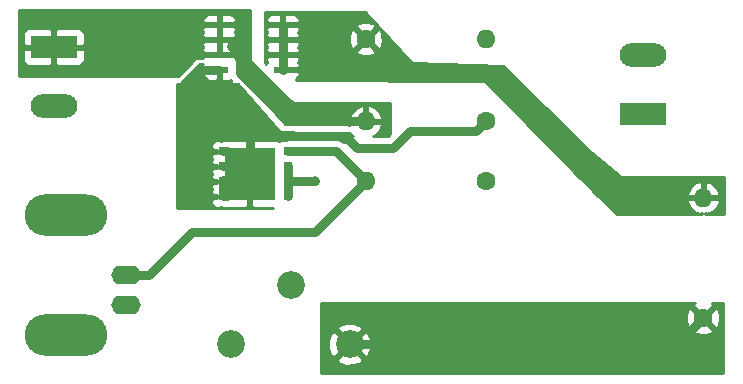
<source format=gbr>
G04 #@! TF.GenerationSoftware,KiCad,Pcbnew,5.0.2-bee76a0~70~ubuntu18.04.1*
G04 #@! TF.CreationDate,2019-03-10T18:12:25+00:00*
G04 #@! TF.ProjectId,led_driver,6c65645f-6472-4697-9665-722e6b696361,rev?*
G04 #@! TF.SameCoordinates,Original*
G04 #@! TF.FileFunction,Copper,L1,Top*
G04 #@! TF.FilePolarity,Positive*
%FSLAX46Y46*%
G04 Gerber Fmt 4.6, Leading zero omitted, Abs format (unit mm)*
G04 Created by KiCad (PCBNEW 5.0.2-bee76a0~70~ubuntu18.04.1) date Sun 10 Mar 2019 18:12:25 GMT*
%MOMM*%
%LPD*%
G01*
G04 APERTURE LIST*
G04 #@! TA.AperFunction,ComponentPad*
%ADD10O,3.960000X1.980000*%
G04 #@! TD*
G04 #@! TA.AperFunction,ComponentPad*
%ADD11R,3.960000X1.980000*%
G04 #@! TD*
G04 #@! TA.AperFunction,ComponentPad*
%ADD12O,7.000000X3.500000*%
G04 #@! TD*
G04 #@! TA.AperFunction,ComponentPad*
%ADD13O,2.500000X1.600000*%
G04 #@! TD*
G04 #@! TA.AperFunction,SMDPad,CuDef*
%ADD14R,0.800000X0.700000*%
G04 #@! TD*
G04 #@! TA.AperFunction,SMDPad,CuDef*
%ADD15R,4.290000X4.500000*%
G04 #@! TD*
G04 #@! TA.AperFunction,SMDPad,CuDef*
%ADD16R,1.550000X0.600000*%
G04 #@! TD*
G04 #@! TA.AperFunction,ComponentPad*
%ADD17O,1.600000X1.600000*%
G04 #@! TD*
G04 #@! TA.AperFunction,ComponentPad*
%ADD18C,1.600000*%
G04 #@! TD*
G04 #@! TA.AperFunction,ComponentPad*
%ADD19C,2.340000*%
G04 #@! TD*
G04 #@! TA.AperFunction,ViaPad*
%ADD20C,0.800000*%
G04 #@! TD*
G04 #@! TA.AperFunction,Conductor*
%ADD21C,0.750000*%
G04 #@! TD*
G04 #@! TA.AperFunction,Conductor*
%ADD22C,0.254000*%
G04 #@! TD*
G04 APERTURE END LIST*
D10*
G04 #@! TO.P,J1,2*
G04 #@! TO.N,GND*
X167894000Y-77453500D03*
D11*
G04 #@! TO.P,J1,1*
G04 #@! TO.N,Net-(J1-Pad1)*
X167894000Y-72453500D03*
G04 #@! TD*
D12*
G04 #@! TO.P,J2,2*
G04 #@! TO.N,GND*
X168910000Y-96837500D03*
X168910000Y-86677500D03*
D13*
G04 #@! TO.P,J2,1*
G04 #@! TO.N,Net-(J2-Pad1)*
X173990000Y-91757500D03*
G04 #@! TO.P,J2,2*
G04 #@! TO.N,GND*
X173990000Y-94297500D03*
G04 #@! TD*
D11*
G04 #@! TO.P,J4,1*
G04 #@! TO.N,Net-(J4-Pad1)*
X217805000Y-78105000D03*
D10*
G04 #@! TO.P,J4,2*
G04 #@! TO.N,GND*
X217805000Y-73105000D03*
G04 #@! TD*
D14*
G04 #@! TO.P,Q1,1*
G04 #@! TO.N,GND*
X187725500Y-85095000D03*
G04 #@! TO.P,Q1,2*
X187725500Y-83825000D03*
G04 #@! TO.P,Q1,3*
X187725500Y-82545000D03*
G04 #@! TO.P,Q1,4*
G04 #@! TO.N,Net-(J2-Pad1)*
X187725500Y-81275000D03*
G04 #@! TO.P,Q1,5*
G04 #@! TO.N,Net-(Q1-Pad5)*
X182225500Y-81275000D03*
X182225500Y-82545000D03*
X182225500Y-83825000D03*
X182225500Y-85095000D03*
D15*
X184475500Y-83185000D03*
G04 #@! TD*
D16*
G04 #@! TO.P,Q2,1*
G04 #@! TO.N,Net-(J1-Pad1)*
X181894500Y-70548500D03*
G04 #@! TO.P,Q2,2*
X181894500Y-71818500D03*
G04 #@! TO.P,Q2,3*
X181894500Y-73088500D03*
G04 #@! TO.P,Q2,4*
G04 #@! TO.N,Net-(Q1-Pad5)*
X181894500Y-74358500D03*
G04 #@! TO.P,Q2,5*
G04 #@! TO.N,Net-(Q2-Pad5)*
X187294500Y-74358500D03*
G04 #@! TO.P,Q2,6*
X187294500Y-73088500D03*
G04 #@! TO.P,Q2,7*
X187294500Y-71818500D03*
G04 #@! TO.P,Q2,8*
X187294500Y-70548500D03*
G04 #@! TD*
D17*
G04 #@! TO.P,R1,2*
G04 #@! TO.N,Net-(J1-Pad1)*
X194310000Y-78740000D03*
D18*
G04 #@! TO.P,R1,1*
G04 #@! TO.N,Net-(Q1-Pad5)*
X204470000Y-78740000D03*
G04 #@! TD*
D17*
G04 #@! TO.P,R2,2*
G04 #@! TO.N,Net-(J2-Pad1)*
X194310000Y-83820000D03*
D18*
G04 #@! TO.P,R2,1*
G04 #@! TO.N,GND*
X204470000Y-83820000D03*
G04 #@! TD*
G04 #@! TO.P,R3,1*
G04 #@! TO.N,Net-(Q2-Pad5)*
X194310000Y-71755000D03*
D17*
G04 #@! TO.P,R3,2*
G04 #@! TO.N,GND*
X204470000Y-71755000D03*
G04 #@! TD*
D18*
G04 #@! TO.P,R4,1*
G04 #@! TO.N,Net-(R4-Pad1)*
X222885000Y-95377000D03*
D17*
G04 #@! TO.P,R4,2*
G04 #@! TO.N,Net-(Q2-Pad5)*
X222885000Y-85217000D03*
G04 #@! TD*
D19*
G04 #@! TO.P,RV2,3*
G04 #@! TO.N,Net-(R4-Pad1)*
X192943500Y-97599500D03*
G04 #@! TO.P,RV2,2*
G04 #@! TO.N,Net-(J4-Pad1)*
X187943500Y-92599500D03*
G04 #@! TO.P,RV2,1*
G04 #@! TO.N,Net-(RV2-Pad1)*
X182943500Y-97599500D03*
G04 #@! TD*
D20*
G04 #@! TO.N,GND*
X189992000Y-83820000D03*
G04 #@! TD*
D21*
G04 #@! TO.N,GND*
X187725500Y-83825000D02*
X187725500Y-82545000D01*
X187725500Y-83825000D02*
X187725500Y-85095000D01*
X188875500Y-83825000D02*
X188880500Y-83820000D01*
X187725500Y-83825000D02*
X188875500Y-83825000D01*
X188880500Y-83820000D02*
X189992000Y-83820000D01*
G04 #@! TO.N,Net-(J2-Pad1)*
X189992000Y-88138000D02*
X194310000Y-83820000D01*
X179609500Y-88138000D02*
X189992000Y-88138000D01*
X173990000Y-91757500D02*
X175990000Y-91757500D01*
X175990000Y-91757500D02*
X179609500Y-88138000D01*
X191765000Y-81275000D02*
X187725500Y-81275000D01*
X194310000Y-83820000D02*
X191765000Y-81275000D01*
G04 #@! TO.N,Net-(Q1-Pad5)*
X180369500Y-74358500D02*
X179070000Y-75658000D01*
X181894500Y-74358500D02*
X180369500Y-74358500D01*
X182175500Y-83825000D02*
X182225500Y-83825000D01*
X182225500Y-83695000D02*
X182225500Y-85095000D01*
X179070000Y-75658000D02*
X179070000Y-81026000D01*
X184475500Y-80185000D02*
X184475500Y-83185000D01*
X204470000Y-78740000D02*
X203670001Y-79539999D01*
X184650500Y-80010000D02*
X184475500Y-80185000D01*
X203670001Y-79539999D02*
X198082001Y-79539999D01*
X198082001Y-79539999D02*
X196596000Y-81026000D01*
X193548000Y-81026000D02*
X192532000Y-80010000D01*
X196596000Y-81026000D02*
X193548000Y-81026000D01*
X192532000Y-80010000D02*
X184650500Y-80010000D01*
X183835500Y-83825000D02*
X184475500Y-83185000D01*
X182225500Y-83825000D02*
X183835500Y-83825000D01*
X182565500Y-81275000D02*
X184475500Y-83185000D01*
X182225500Y-81275000D02*
X182565500Y-81275000D01*
X183835500Y-82545000D02*
X184475500Y-83185000D01*
X182225500Y-82545000D02*
X183835500Y-82545000D01*
X182565500Y-85095000D02*
X184475500Y-83185000D01*
X182225500Y-85095000D02*
X182565500Y-85095000D01*
G04 #@! TO.N,Net-(Q2-Pad5)*
X187294500Y-71818500D02*
X187294500Y-70548500D01*
X187294500Y-71818500D02*
X187294500Y-73088500D01*
X187294500Y-73088500D02*
X187294500Y-73629500D01*
X187294500Y-73629500D02*
X187294500Y-74358500D01*
G04 #@! TO.N,Net-(R4-Pad1)*
X220662500Y-97599500D02*
X222885000Y-95377000D01*
X192943500Y-97599500D02*
X220662500Y-97599500D01*
G04 #@! TO.N,Net-(J1-Pad1)*
X194310000Y-78740000D02*
X188595000Y-78740000D01*
X188595000Y-78740000D02*
X188595000Y-78044000D01*
X188595000Y-78044000D02*
X182941000Y-72390000D01*
G04 #@! TD*
D22*
G04 #@! TO.N,Net-(J1-Pad1)*
G36*
X183642000Y-73610797D02*
X183428161Y-73539517D01*
X183388000Y-73533000D01*
X183296965Y-73533000D01*
X183304500Y-73514810D01*
X183304500Y-73374250D01*
X183145750Y-73215500D01*
X182021500Y-73215500D01*
X182021500Y-73235500D01*
X181767500Y-73235500D01*
X181767500Y-73215500D01*
X180643250Y-73215500D01*
X180510250Y-73348500D01*
X180468972Y-73348500D01*
X180369500Y-73328714D01*
X180270028Y-73348500D01*
X180270024Y-73348500D01*
X180036615Y-73394928D01*
X179975417Y-73407101D01*
X179725662Y-73573982D01*
X179725660Y-73573984D01*
X179641331Y-73630331D01*
X179584984Y-73714660D01*
X178426162Y-74873483D01*
X178341831Y-74929831D01*
X178341718Y-74930000D01*
X164973000Y-74930000D01*
X164973000Y-72739250D01*
X165279000Y-72739250D01*
X165279000Y-73569809D01*
X165375673Y-73803198D01*
X165554301Y-73981827D01*
X165787690Y-74078500D01*
X167608250Y-74078500D01*
X167767000Y-73919750D01*
X167767000Y-72580500D01*
X168021000Y-72580500D01*
X168021000Y-73919750D01*
X168179750Y-74078500D01*
X170000310Y-74078500D01*
X170233699Y-73981827D01*
X170412327Y-73803198D01*
X170509000Y-73569809D01*
X170509000Y-72739250D01*
X170350250Y-72580500D01*
X168021000Y-72580500D01*
X167767000Y-72580500D01*
X165437750Y-72580500D01*
X165279000Y-72739250D01*
X164973000Y-72739250D01*
X164973000Y-71337191D01*
X165279000Y-71337191D01*
X165279000Y-72167750D01*
X165437750Y-72326500D01*
X167767000Y-72326500D01*
X167767000Y-70987250D01*
X168021000Y-70987250D01*
X168021000Y-72326500D01*
X170350250Y-72326500D01*
X170509000Y-72167750D01*
X170509000Y-72104250D01*
X180484500Y-72104250D01*
X180484500Y-72244810D01*
X180570942Y-72453500D01*
X180484500Y-72662190D01*
X180484500Y-72802750D01*
X180643250Y-72961500D01*
X181767500Y-72961500D01*
X181767500Y-71945500D01*
X182021500Y-71945500D01*
X182021500Y-72961500D01*
X183145750Y-72961500D01*
X183304500Y-72802750D01*
X183304500Y-72662190D01*
X183218058Y-72453500D01*
X183304500Y-72244810D01*
X183304500Y-72104250D01*
X183145750Y-71945500D01*
X182021500Y-71945500D01*
X181767500Y-71945500D01*
X180643250Y-71945500D01*
X180484500Y-72104250D01*
X170509000Y-72104250D01*
X170509000Y-71337191D01*
X170412327Y-71103802D01*
X170233699Y-70925173D01*
X170014192Y-70834250D01*
X180484500Y-70834250D01*
X180484500Y-70974810D01*
X180570942Y-71183500D01*
X180484500Y-71392190D01*
X180484500Y-71532750D01*
X180643250Y-71691500D01*
X181767500Y-71691500D01*
X181767500Y-70675500D01*
X182021500Y-70675500D01*
X182021500Y-71691500D01*
X183145750Y-71691500D01*
X183304500Y-71532750D01*
X183304500Y-71392190D01*
X183218058Y-71183500D01*
X183304500Y-70974810D01*
X183304500Y-70834250D01*
X183145750Y-70675500D01*
X182021500Y-70675500D01*
X181767500Y-70675500D01*
X180643250Y-70675500D01*
X180484500Y-70834250D01*
X170014192Y-70834250D01*
X170000310Y-70828500D01*
X168179750Y-70828500D01*
X168021000Y-70987250D01*
X167767000Y-70987250D01*
X167608250Y-70828500D01*
X165787690Y-70828500D01*
X165554301Y-70925173D01*
X165375673Y-71103802D01*
X165279000Y-71337191D01*
X164973000Y-71337191D01*
X164973000Y-70122190D01*
X180484500Y-70122190D01*
X180484500Y-70262750D01*
X180643250Y-70421500D01*
X181767500Y-70421500D01*
X181767500Y-69772250D01*
X182021500Y-69772250D01*
X182021500Y-70421500D01*
X183145750Y-70421500D01*
X183304500Y-70262750D01*
X183304500Y-70122190D01*
X183207827Y-69888801D01*
X183029198Y-69710173D01*
X182795809Y-69613500D01*
X182180250Y-69613500D01*
X182021500Y-69772250D01*
X181767500Y-69772250D01*
X181608750Y-69613500D01*
X180993191Y-69613500D01*
X180759802Y-69710173D01*
X180581173Y-69888801D01*
X180484500Y-70122190D01*
X164973000Y-70122190D01*
X164973000Y-69342000D01*
X183642000Y-69342000D01*
X183642000Y-73610797D01*
X183642000Y-73610797D01*
G37*
X183642000Y-73610797D02*
X183428161Y-73539517D01*
X183388000Y-73533000D01*
X183296965Y-73533000D01*
X183304500Y-73514810D01*
X183304500Y-73374250D01*
X183145750Y-73215500D01*
X182021500Y-73215500D01*
X182021500Y-73235500D01*
X181767500Y-73235500D01*
X181767500Y-73215500D01*
X180643250Y-73215500D01*
X180510250Y-73348500D01*
X180468972Y-73348500D01*
X180369500Y-73328714D01*
X180270028Y-73348500D01*
X180270024Y-73348500D01*
X180036615Y-73394928D01*
X179975417Y-73407101D01*
X179725662Y-73573982D01*
X179725660Y-73573984D01*
X179641331Y-73630331D01*
X179584984Y-73714660D01*
X178426162Y-74873483D01*
X178341831Y-74929831D01*
X178341718Y-74930000D01*
X164973000Y-74930000D01*
X164973000Y-72739250D01*
X165279000Y-72739250D01*
X165279000Y-73569809D01*
X165375673Y-73803198D01*
X165554301Y-73981827D01*
X165787690Y-74078500D01*
X167608250Y-74078500D01*
X167767000Y-73919750D01*
X167767000Y-72580500D01*
X168021000Y-72580500D01*
X168021000Y-73919750D01*
X168179750Y-74078500D01*
X170000310Y-74078500D01*
X170233699Y-73981827D01*
X170412327Y-73803198D01*
X170509000Y-73569809D01*
X170509000Y-72739250D01*
X170350250Y-72580500D01*
X168021000Y-72580500D01*
X167767000Y-72580500D01*
X165437750Y-72580500D01*
X165279000Y-72739250D01*
X164973000Y-72739250D01*
X164973000Y-71337191D01*
X165279000Y-71337191D01*
X165279000Y-72167750D01*
X165437750Y-72326500D01*
X167767000Y-72326500D01*
X167767000Y-70987250D01*
X168021000Y-70987250D01*
X168021000Y-72326500D01*
X170350250Y-72326500D01*
X170509000Y-72167750D01*
X170509000Y-72104250D01*
X180484500Y-72104250D01*
X180484500Y-72244810D01*
X180570942Y-72453500D01*
X180484500Y-72662190D01*
X180484500Y-72802750D01*
X180643250Y-72961500D01*
X181767500Y-72961500D01*
X181767500Y-71945500D01*
X182021500Y-71945500D01*
X182021500Y-72961500D01*
X183145750Y-72961500D01*
X183304500Y-72802750D01*
X183304500Y-72662190D01*
X183218058Y-72453500D01*
X183304500Y-72244810D01*
X183304500Y-72104250D01*
X183145750Y-71945500D01*
X182021500Y-71945500D01*
X181767500Y-71945500D01*
X180643250Y-71945500D01*
X180484500Y-72104250D01*
X170509000Y-72104250D01*
X170509000Y-71337191D01*
X170412327Y-71103802D01*
X170233699Y-70925173D01*
X170014192Y-70834250D01*
X180484500Y-70834250D01*
X180484500Y-70974810D01*
X180570942Y-71183500D01*
X180484500Y-71392190D01*
X180484500Y-71532750D01*
X180643250Y-71691500D01*
X181767500Y-71691500D01*
X181767500Y-70675500D01*
X182021500Y-70675500D01*
X182021500Y-71691500D01*
X183145750Y-71691500D01*
X183304500Y-71532750D01*
X183304500Y-71392190D01*
X183218058Y-71183500D01*
X183304500Y-70974810D01*
X183304500Y-70834250D01*
X183145750Y-70675500D01*
X182021500Y-70675500D01*
X181767500Y-70675500D01*
X180643250Y-70675500D01*
X180484500Y-70834250D01*
X170014192Y-70834250D01*
X170000310Y-70828500D01*
X168179750Y-70828500D01*
X168021000Y-70987250D01*
X167767000Y-70987250D01*
X167608250Y-70828500D01*
X165787690Y-70828500D01*
X165554301Y-70925173D01*
X165375673Y-71103802D01*
X165279000Y-71337191D01*
X164973000Y-71337191D01*
X164973000Y-70122190D01*
X180484500Y-70122190D01*
X180484500Y-70262750D01*
X180643250Y-70421500D01*
X181767500Y-70421500D01*
X181767500Y-69772250D01*
X182021500Y-69772250D01*
X182021500Y-70421500D01*
X183145750Y-70421500D01*
X183304500Y-70262750D01*
X183304500Y-70122190D01*
X183207827Y-69888801D01*
X183029198Y-69710173D01*
X182795809Y-69613500D01*
X182180250Y-69613500D01*
X182021500Y-69772250D01*
X181767500Y-69772250D01*
X181608750Y-69613500D01*
X180993191Y-69613500D01*
X180759802Y-69710173D01*
X180581173Y-69888801D01*
X180484500Y-70122190D01*
X164973000Y-70122190D01*
X164973000Y-69342000D01*
X183642000Y-69342000D01*
X183642000Y-73610797D01*
G36*
X183655408Y-72700796D02*
X183679197Y-72733803D01*
X186061667Y-75116273D01*
X186061691Y-75116309D01*
X186061727Y-75116333D01*
X188124197Y-77178803D01*
X188165399Y-77206333D01*
X188214000Y-77216000D01*
X196342000Y-77216000D01*
X196342000Y-79851645D01*
X196177645Y-80016000D01*
X194903956Y-80016000D01*
X195165134Y-79892389D01*
X195541041Y-79477423D01*
X195701904Y-79089039D01*
X195579915Y-78867000D01*
X194437000Y-78867000D01*
X194437000Y-78887000D01*
X194183000Y-78887000D01*
X194183000Y-78867000D01*
X193040085Y-78867000D01*
X192932473Y-79062871D01*
X192926082Y-79058601D01*
X192631476Y-79000000D01*
X192631471Y-79000000D01*
X192532000Y-78980214D01*
X192432529Y-79000000D01*
X187516724Y-79000000D01*
X186931110Y-78390961D01*
X192918096Y-78390961D01*
X193040085Y-78613000D01*
X194183000Y-78613000D01*
X194183000Y-77469371D01*
X194437000Y-77469371D01*
X194437000Y-78613000D01*
X195579915Y-78613000D01*
X195701904Y-78390961D01*
X195541041Y-78002577D01*
X195165134Y-77587611D01*
X194659041Y-77348086D01*
X194437000Y-77469371D01*
X194183000Y-77469371D01*
X193960959Y-77348086D01*
X193454866Y-77587611D01*
X193078959Y-78002577D01*
X192918096Y-78390961D01*
X186931110Y-78390961D01*
X184495546Y-75857975D01*
X184493803Y-75856197D01*
X183388000Y-74750394D01*
X183388000Y-72165980D01*
X183655408Y-72700796D01*
X183655408Y-72700796D01*
G37*
X183655408Y-72700796D02*
X183679197Y-72733803D01*
X186061667Y-75116273D01*
X186061691Y-75116309D01*
X186061727Y-75116333D01*
X188124197Y-77178803D01*
X188165399Y-77206333D01*
X188214000Y-77216000D01*
X196342000Y-77216000D01*
X196342000Y-79851645D01*
X196177645Y-80016000D01*
X194903956Y-80016000D01*
X195165134Y-79892389D01*
X195541041Y-79477423D01*
X195701904Y-79089039D01*
X195579915Y-78867000D01*
X194437000Y-78867000D01*
X194437000Y-78887000D01*
X194183000Y-78887000D01*
X194183000Y-78867000D01*
X193040085Y-78867000D01*
X192932473Y-79062871D01*
X192926082Y-79058601D01*
X192631476Y-79000000D01*
X192631471Y-79000000D01*
X192532000Y-78980214D01*
X192432529Y-79000000D01*
X187516724Y-79000000D01*
X186931110Y-78390961D01*
X192918096Y-78390961D01*
X193040085Y-78613000D01*
X194183000Y-78613000D01*
X194183000Y-77469371D01*
X194437000Y-77469371D01*
X194437000Y-78613000D01*
X195579915Y-78613000D01*
X195701904Y-78390961D01*
X195541041Y-78002577D01*
X195165134Y-77587611D01*
X194659041Y-77348086D01*
X194437000Y-77469371D01*
X194183000Y-77469371D01*
X193960959Y-77348086D01*
X193454866Y-77587611D01*
X193078959Y-78002577D01*
X192918096Y-78390961D01*
X186931110Y-78390961D01*
X184495546Y-75857975D01*
X184493803Y-75856197D01*
X183388000Y-74750394D01*
X183388000Y-72165980D01*
X183655408Y-72700796D01*
G36*
X184531000Y-73772108D02*
X183642000Y-73673330D01*
X183642000Y-69342000D01*
X184531000Y-69342000D01*
X184531000Y-73772108D01*
X184531000Y-73772108D01*
G37*
X184531000Y-73772108D02*
X183642000Y-73673330D01*
X183642000Y-69342000D01*
X184531000Y-69342000D01*
X184531000Y-73772108D01*
G04 #@! TO.N,Net-(Q2-Pad5)*
G36*
X198153153Y-73745567D02*
X198193041Y-73774967D01*
X198242838Y-73786932D01*
X205940259Y-74039306D01*
X213945000Y-81918974D01*
X212468311Y-83509255D01*
X204433496Y-75348896D01*
X204392509Y-75321048D01*
X204343000Y-75311000D01*
X203962516Y-75311000D01*
X188427320Y-75197605D01*
X188429198Y-75196827D01*
X188607827Y-75018199D01*
X188704500Y-74784810D01*
X188704500Y-74644250D01*
X188545750Y-74485500D01*
X187421500Y-74485500D01*
X187421500Y-74505500D01*
X187167500Y-74505500D01*
X187167500Y-74485500D01*
X187147500Y-74485500D01*
X187147500Y-74231500D01*
X187167500Y-74231500D01*
X187167500Y-73215500D01*
X187421500Y-73215500D01*
X187421500Y-74231500D01*
X188545750Y-74231500D01*
X188704500Y-74072750D01*
X188704500Y-73932190D01*
X188618058Y-73723500D01*
X188704500Y-73514810D01*
X188704500Y-73374250D01*
X188545750Y-73215500D01*
X187421500Y-73215500D01*
X187167500Y-73215500D01*
X186043250Y-73215500D01*
X185884500Y-73374250D01*
X185884500Y-73514810D01*
X185970942Y-73723500D01*
X185892421Y-73913066D01*
X185801000Y-73821645D01*
X185801000Y-72104250D01*
X185884500Y-72104250D01*
X185884500Y-72244810D01*
X185970942Y-72453500D01*
X185884500Y-72662190D01*
X185884500Y-72802750D01*
X186043250Y-72961500D01*
X187167500Y-72961500D01*
X187167500Y-71945500D01*
X187421500Y-71945500D01*
X187421500Y-72961500D01*
X188545750Y-72961500D01*
X188704500Y-72802750D01*
X188704500Y-72762745D01*
X193481861Y-72762745D01*
X193555995Y-73008864D01*
X194093223Y-73201965D01*
X194663454Y-73174778D01*
X195064005Y-73008864D01*
X195138139Y-72762745D01*
X194310000Y-71934605D01*
X193481861Y-72762745D01*
X188704500Y-72762745D01*
X188704500Y-72662190D01*
X188618058Y-72453500D01*
X188704500Y-72244810D01*
X188704500Y-72104250D01*
X188545750Y-71945500D01*
X187421500Y-71945500D01*
X187167500Y-71945500D01*
X186043250Y-71945500D01*
X185884500Y-72104250D01*
X185801000Y-72104250D01*
X185801000Y-70834250D01*
X185884500Y-70834250D01*
X185884500Y-70974810D01*
X185970942Y-71183500D01*
X185884500Y-71392190D01*
X185884500Y-71532750D01*
X186043250Y-71691500D01*
X187167500Y-71691500D01*
X187167500Y-70675500D01*
X187421500Y-70675500D01*
X187421500Y-71691500D01*
X188545750Y-71691500D01*
X188699027Y-71538223D01*
X192863035Y-71538223D01*
X192890222Y-72108454D01*
X193056136Y-72509005D01*
X193302255Y-72583139D01*
X194130395Y-71755000D01*
X194489605Y-71755000D01*
X195317745Y-72583139D01*
X195563864Y-72509005D01*
X195756965Y-71971777D01*
X195729778Y-71401546D01*
X195563864Y-71000995D01*
X195317745Y-70926861D01*
X194489605Y-71755000D01*
X194130395Y-71755000D01*
X193302255Y-70926861D01*
X193056136Y-71000995D01*
X192863035Y-71538223D01*
X188699027Y-71538223D01*
X188704500Y-71532750D01*
X188704500Y-71392190D01*
X188618058Y-71183500D01*
X188704500Y-70974810D01*
X188704500Y-70834250D01*
X188617505Y-70747255D01*
X193481861Y-70747255D01*
X194310000Y-71575395D01*
X195138139Y-70747255D01*
X195064005Y-70501136D01*
X194526777Y-70308035D01*
X193956546Y-70335222D01*
X193555995Y-70501136D01*
X193481861Y-70747255D01*
X188617505Y-70747255D01*
X188545750Y-70675500D01*
X187421500Y-70675500D01*
X187167500Y-70675500D01*
X186043250Y-70675500D01*
X185884500Y-70834250D01*
X185801000Y-70834250D01*
X185801000Y-70122190D01*
X185884500Y-70122190D01*
X185884500Y-70262750D01*
X186043250Y-70421500D01*
X187167500Y-70421500D01*
X187167500Y-69772250D01*
X187421500Y-69772250D01*
X187421500Y-70421500D01*
X188545750Y-70421500D01*
X188704500Y-70262750D01*
X188704500Y-70122190D01*
X188607827Y-69888801D01*
X188429198Y-69710173D01*
X188195809Y-69613500D01*
X187580250Y-69613500D01*
X187421500Y-69772250D01*
X187167500Y-69772250D01*
X187008750Y-69613500D01*
X186393191Y-69613500D01*
X186159802Y-69710173D01*
X185981173Y-69888801D01*
X185884500Y-70122190D01*
X185801000Y-70122190D01*
X185801000Y-69469000D01*
X194253930Y-69469000D01*
X198153153Y-73745567D01*
X198153153Y-73745567D01*
G37*
X198153153Y-73745567D02*
X198193041Y-73774967D01*
X198242838Y-73786932D01*
X205940259Y-74039306D01*
X213945000Y-81918974D01*
X212468311Y-83509255D01*
X204433496Y-75348896D01*
X204392509Y-75321048D01*
X204343000Y-75311000D01*
X203962516Y-75311000D01*
X188427320Y-75197605D01*
X188429198Y-75196827D01*
X188607827Y-75018199D01*
X188704500Y-74784810D01*
X188704500Y-74644250D01*
X188545750Y-74485500D01*
X187421500Y-74485500D01*
X187421500Y-74505500D01*
X187167500Y-74505500D01*
X187167500Y-74485500D01*
X187147500Y-74485500D01*
X187147500Y-74231500D01*
X187167500Y-74231500D01*
X187167500Y-73215500D01*
X187421500Y-73215500D01*
X187421500Y-74231500D01*
X188545750Y-74231500D01*
X188704500Y-74072750D01*
X188704500Y-73932190D01*
X188618058Y-73723500D01*
X188704500Y-73514810D01*
X188704500Y-73374250D01*
X188545750Y-73215500D01*
X187421500Y-73215500D01*
X187167500Y-73215500D01*
X186043250Y-73215500D01*
X185884500Y-73374250D01*
X185884500Y-73514810D01*
X185970942Y-73723500D01*
X185892421Y-73913066D01*
X185801000Y-73821645D01*
X185801000Y-72104250D01*
X185884500Y-72104250D01*
X185884500Y-72244810D01*
X185970942Y-72453500D01*
X185884500Y-72662190D01*
X185884500Y-72802750D01*
X186043250Y-72961500D01*
X187167500Y-72961500D01*
X187167500Y-71945500D01*
X187421500Y-71945500D01*
X187421500Y-72961500D01*
X188545750Y-72961500D01*
X188704500Y-72802750D01*
X188704500Y-72762745D01*
X193481861Y-72762745D01*
X193555995Y-73008864D01*
X194093223Y-73201965D01*
X194663454Y-73174778D01*
X195064005Y-73008864D01*
X195138139Y-72762745D01*
X194310000Y-71934605D01*
X193481861Y-72762745D01*
X188704500Y-72762745D01*
X188704500Y-72662190D01*
X188618058Y-72453500D01*
X188704500Y-72244810D01*
X188704500Y-72104250D01*
X188545750Y-71945500D01*
X187421500Y-71945500D01*
X187167500Y-71945500D01*
X186043250Y-71945500D01*
X185884500Y-72104250D01*
X185801000Y-72104250D01*
X185801000Y-70834250D01*
X185884500Y-70834250D01*
X185884500Y-70974810D01*
X185970942Y-71183500D01*
X185884500Y-71392190D01*
X185884500Y-71532750D01*
X186043250Y-71691500D01*
X187167500Y-71691500D01*
X187167500Y-70675500D01*
X187421500Y-70675500D01*
X187421500Y-71691500D01*
X188545750Y-71691500D01*
X188699027Y-71538223D01*
X192863035Y-71538223D01*
X192890222Y-72108454D01*
X193056136Y-72509005D01*
X193302255Y-72583139D01*
X194130395Y-71755000D01*
X194489605Y-71755000D01*
X195317745Y-72583139D01*
X195563864Y-72509005D01*
X195756965Y-71971777D01*
X195729778Y-71401546D01*
X195563864Y-71000995D01*
X195317745Y-70926861D01*
X194489605Y-71755000D01*
X194130395Y-71755000D01*
X193302255Y-70926861D01*
X193056136Y-71000995D01*
X192863035Y-71538223D01*
X188699027Y-71538223D01*
X188704500Y-71532750D01*
X188704500Y-71392190D01*
X188618058Y-71183500D01*
X188704500Y-70974810D01*
X188704500Y-70834250D01*
X188617505Y-70747255D01*
X193481861Y-70747255D01*
X194310000Y-71575395D01*
X195138139Y-70747255D01*
X195064005Y-70501136D01*
X194526777Y-70308035D01*
X193956546Y-70335222D01*
X193555995Y-70501136D01*
X193481861Y-70747255D01*
X188617505Y-70747255D01*
X188545750Y-70675500D01*
X187421500Y-70675500D01*
X187167500Y-70675500D01*
X186043250Y-70675500D01*
X185884500Y-70834250D01*
X185801000Y-70834250D01*
X185801000Y-70122190D01*
X185884500Y-70122190D01*
X185884500Y-70262750D01*
X186043250Y-70421500D01*
X187167500Y-70421500D01*
X187167500Y-69772250D01*
X187421500Y-69772250D01*
X187421500Y-70421500D01*
X188545750Y-70421500D01*
X188704500Y-70262750D01*
X188704500Y-70122190D01*
X188607827Y-69888801D01*
X188429198Y-69710173D01*
X188195809Y-69613500D01*
X187580250Y-69613500D01*
X187421500Y-69772250D01*
X187167500Y-69772250D01*
X187008750Y-69613500D01*
X186393191Y-69613500D01*
X186159802Y-69710173D01*
X185981173Y-69888801D01*
X185884500Y-70122190D01*
X185801000Y-70122190D01*
X185801000Y-69469000D01*
X194253930Y-69469000D01*
X198153153Y-73745567D01*
G04 #@! TO.N,Net-(R4-Pad1)*
G36*
X222130995Y-94123136D02*
X222056861Y-94369255D01*
X222885000Y-95197395D01*
X223713139Y-94369255D01*
X223639005Y-94123136D01*
X223594113Y-94107000D01*
X224536000Y-94107000D01*
X224536000Y-100076000D01*
X190500000Y-100076000D01*
X190500000Y-98874986D01*
X191847620Y-98874986D01*
X191967086Y-99159484D01*
X192638390Y-99414394D01*
X193356146Y-99393004D01*
X193919914Y-99159484D01*
X194039380Y-98874986D01*
X192943500Y-97779105D01*
X191847620Y-98874986D01*
X190500000Y-98874986D01*
X190500000Y-97294390D01*
X191128606Y-97294390D01*
X191149996Y-98012146D01*
X191383516Y-98575914D01*
X191668014Y-98695380D01*
X192763895Y-97599500D01*
X193123105Y-97599500D01*
X194218986Y-98695380D01*
X194503484Y-98575914D01*
X194758394Y-97904610D01*
X194737004Y-97186854D01*
X194503484Y-96623086D01*
X194218986Y-96503620D01*
X193123105Y-97599500D01*
X192763895Y-97599500D01*
X191668014Y-96503620D01*
X191383516Y-96623086D01*
X191128606Y-97294390D01*
X190500000Y-97294390D01*
X190500000Y-96324014D01*
X191847620Y-96324014D01*
X192943500Y-97419895D01*
X193978649Y-96384745D01*
X222056861Y-96384745D01*
X222130995Y-96630864D01*
X222668223Y-96823965D01*
X223238454Y-96796778D01*
X223639005Y-96630864D01*
X223713139Y-96384745D01*
X222885000Y-95556605D01*
X222056861Y-96384745D01*
X193978649Y-96384745D01*
X194039380Y-96324014D01*
X193919914Y-96039516D01*
X193248610Y-95784606D01*
X192530854Y-95805996D01*
X191967086Y-96039516D01*
X191847620Y-96324014D01*
X190500000Y-96324014D01*
X190500000Y-95160223D01*
X221438035Y-95160223D01*
X221465222Y-95730454D01*
X221631136Y-96131005D01*
X221877255Y-96205139D01*
X222705395Y-95377000D01*
X223064605Y-95377000D01*
X223892745Y-96205139D01*
X224138864Y-96131005D01*
X224331965Y-95593777D01*
X224304778Y-95023546D01*
X224138864Y-94622995D01*
X223892745Y-94548861D01*
X223064605Y-95377000D01*
X222705395Y-95377000D01*
X221877255Y-94548861D01*
X221631136Y-94622995D01*
X221438035Y-95160223D01*
X190500000Y-95160223D01*
X190500000Y-94107000D01*
X222169951Y-94107000D01*
X222130995Y-94123136D01*
X222130995Y-94123136D01*
G37*
X222130995Y-94123136D02*
X222056861Y-94369255D01*
X222885000Y-95197395D01*
X223713139Y-94369255D01*
X223639005Y-94123136D01*
X223594113Y-94107000D01*
X224536000Y-94107000D01*
X224536000Y-100076000D01*
X190500000Y-100076000D01*
X190500000Y-98874986D01*
X191847620Y-98874986D01*
X191967086Y-99159484D01*
X192638390Y-99414394D01*
X193356146Y-99393004D01*
X193919914Y-99159484D01*
X194039380Y-98874986D01*
X192943500Y-97779105D01*
X191847620Y-98874986D01*
X190500000Y-98874986D01*
X190500000Y-97294390D01*
X191128606Y-97294390D01*
X191149996Y-98012146D01*
X191383516Y-98575914D01*
X191668014Y-98695380D01*
X192763895Y-97599500D01*
X193123105Y-97599500D01*
X194218986Y-98695380D01*
X194503484Y-98575914D01*
X194758394Y-97904610D01*
X194737004Y-97186854D01*
X194503484Y-96623086D01*
X194218986Y-96503620D01*
X193123105Y-97599500D01*
X192763895Y-97599500D01*
X191668014Y-96503620D01*
X191383516Y-96623086D01*
X191128606Y-97294390D01*
X190500000Y-97294390D01*
X190500000Y-96324014D01*
X191847620Y-96324014D01*
X192943500Y-97419895D01*
X193978649Y-96384745D01*
X222056861Y-96384745D01*
X222130995Y-96630864D01*
X222668223Y-96823965D01*
X223238454Y-96796778D01*
X223639005Y-96630864D01*
X223713139Y-96384745D01*
X222885000Y-95556605D01*
X222056861Y-96384745D01*
X193978649Y-96384745D01*
X194039380Y-96324014D01*
X193919914Y-96039516D01*
X193248610Y-95784606D01*
X192530854Y-95805996D01*
X191967086Y-96039516D01*
X191847620Y-96324014D01*
X190500000Y-96324014D01*
X190500000Y-95160223D01*
X221438035Y-95160223D01*
X221465222Y-95730454D01*
X221631136Y-96131005D01*
X221877255Y-96205139D01*
X222705395Y-95377000D01*
X223064605Y-95377000D01*
X223892745Y-96205139D01*
X224138864Y-96131005D01*
X224331965Y-95593777D01*
X224304778Y-95023546D01*
X224138864Y-94622995D01*
X223892745Y-94548861D01*
X223064605Y-95377000D01*
X222705395Y-95377000D01*
X221877255Y-94548861D01*
X221631136Y-94622995D01*
X221438035Y-95160223D01*
X190500000Y-95160223D01*
X190500000Y-94107000D01*
X222169951Y-94107000D01*
X222130995Y-94123136D01*
G04 #@! TO.N,Net-(Q2-Pad5)*
G36*
X215947664Y-83411170D02*
X215991654Y-83433982D01*
X216027000Y-83439000D01*
X224663000Y-83439000D01*
X224663000Y-86614000D01*
X223012002Y-86614000D01*
X223012002Y-86486916D01*
X223234039Y-86608904D01*
X223622423Y-86448041D01*
X224037389Y-86072134D01*
X224276914Y-85566041D01*
X224155629Y-85344000D01*
X223012000Y-85344000D01*
X223012000Y-85364000D01*
X222758000Y-85364000D01*
X222758000Y-85344000D01*
X221614371Y-85344000D01*
X221493086Y-85566041D01*
X221732611Y-86072134D01*
X222147577Y-86448041D01*
X222535961Y-86608904D01*
X222757998Y-86486916D01*
X222757998Y-86614000D01*
X215571606Y-86614000D01*
X213825565Y-84867959D01*
X221493086Y-84867959D01*
X221614371Y-85090000D01*
X222758000Y-85090000D01*
X222758000Y-83947085D01*
X223012000Y-83947085D01*
X223012000Y-85090000D01*
X224155629Y-85090000D01*
X224276914Y-84867959D01*
X224037389Y-84361866D01*
X223622423Y-83985959D01*
X223234039Y-83825096D01*
X223012000Y-83947085D01*
X222758000Y-83947085D01*
X222535961Y-83825096D01*
X222147577Y-83985959D01*
X221732611Y-84361866D01*
X221493086Y-84867959D01*
X213825565Y-84867959D01*
X211652762Y-82695156D01*
X213481272Y-81438056D01*
X215947664Y-83411170D01*
X215947664Y-83411170D01*
G37*
X215947664Y-83411170D02*
X215991654Y-83433982D01*
X216027000Y-83439000D01*
X224663000Y-83439000D01*
X224663000Y-86614000D01*
X223012002Y-86614000D01*
X223012002Y-86486916D01*
X223234039Y-86608904D01*
X223622423Y-86448041D01*
X224037389Y-86072134D01*
X224276914Y-85566041D01*
X224155629Y-85344000D01*
X223012000Y-85344000D01*
X223012000Y-85364000D01*
X222758000Y-85364000D01*
X222758000Y-85344000D01*
X221614371Y-85344000D01*
X221493086Y-85566041D01*
X221732611Y-86072134D01*
X222147577Y-86448041D01*
X222535961Y-86608904D01*
X222757998Y-86486916D01*
X222757998Y-86614000D01*
X215571606Y-86614000D01*
X213825565Y-84867959D01*
X221493086Y-84867959D01*
X221614371Y-85090000D01*
X222758000Y-85090000D01*
X222758000Y-83947085D01*
X223012000Y-83947085D01*
X223012000Y-85090000D01*
X224155629Y-85090000D01*
X224276914Y-84867959D01*
X224037389Y-84361866D01*
X223622423Y-83985959D01*
X223234039Y-83825096D01*
X223012000Y-83947085D01*
X222758000Y-83947085D01*
X222535961Y-83825096D01*
X222147577Y-83985959D01*
X221732611Y-84361866D01*
X221493086Y-84867959D01*
X213825565Y-84867959D01*
X211652762Y-82695156D01*
X213481272Y-81438056D01*
X215947664Y-83411170D01*
G04 #@! TO.N,Net-(Q1-Pad5)*
G36*
X180484500Y-73932190D02*
X180484500Y-74072750D01*
X180643250Y-74231500D01*
X181767500Y-74231500D01*
X181767500Y-74211500D01*
X182021500Y-74211500D01*
X182021500Y-74231500D01*
X182041500Y-74231500D01*
X182041500Y-74485500D01*
X182021500Y-74485500D01*
X182021500Y-75134750D01*
X182180250Y-75293500D01*
X182795809Y-75293500D01*
X182880000Y-75258627D01*
X182880000Y-77089000D01*
X178689000Y-77089000D01*
X178689000Y-75490606D01*
X179535356Y-74644250D01*
X180484500Y-74644250D01*
X180484500Y-74784810D01*
X180581173Y-75018199D01*
X180759802Y-75196827D01*
X180993191Y-75293500D01*
X181608750Y-75293500D01*
X181767500Y-75134750D01*
X181767500Y-74485500D01*
X180643250Y-74485500D01*
X180484500Y-74644250D01*
X179535356Y-74644250D01*
X180265606Y-73914000D01*
X180492035Y-73914000D01*
X180484500Y-73932190D01*
X180484500Y-73932190D01*
G37*
X180484500Y-73932190D02*
X180484500Y-74072750D01*
X180643250Y-74231500D01*
X181767500Y-74231500D01*
X181767500Y-74211500D01*
X182021500Y-74211500D01*
X182021500Y-74231500D01*
X182041500Y-74231500D01*
X182041500Y-74485500D01*
X182021500Y-74485500D01*
X182021500Y-75134750D01*
X182180250Y-75293500D01*
X182795809Y-75293500D01*
X182880000Y-75258627D01*
X182880000Y-77089000D01*
X178689000Y-77089000D01*
X178689000Y-75490606D01*
X179535356Y-74644250D01*
X180484500Y-74644250D01*
X180484500Y-74784810D01*
X180581173Y-75018199D01*
X180759802Y-75196827D01*
X180993191Y-75293500D01*
X181608750Y-75293500D01*
X181767500Y-75134750D01*
X181767500Y-74485500D01*
X180643250Y-74485500D01*
X180484500Y-74644250D01*
X179535356Y-74644250D01*
X180265606Y-73914000D01*
X180492035Y-73914000D01*
X180484500Y-73932190D01*
G36*
X186975423Y-79585630D02*
X187014702Y-79615840D01*
X187068047Y-79628966D01*
X188144962Y-79654011D01*
X188200918Y-79691399D01*
X188595000Y-79769787D01*
X188694475Y-79750000D01*
X192272509Y-79750000D01*
X192529047Y-79755966D01*
X192532000Y-79756000D01*
X192870667Y-79756000D01*
X193216326Y-80015245D01*
X192614224Y-80516997D01*
X192442947Y-80513274D01*
X192159082Y-80323601D01*
X191864476Y-80265000D01*
X191864471Y-80265000D01*
X191765000Y-80245214D01*
X191665529Y-80265000D01*
X187626024Y-80265000D01*
X187562881Y-80277560D01*
X187325500Y-80277560D01*
X187077735Y-80326843D01*
X186976571Y-80394439D01*
X186974709Y-80394398D01*
X186746810Y-80300000D01*
X184761250Y-80300000D01*
X184602500Y-80458750D01*
X184602500Y-83058000D01*
X184622500Y-83058000D01*
X184622500Y-83312000D01*
X184602500Y-83312000D01*
X184602500Y-85911250D01*
X184761250Y-86070000D01*
X186436000Y-86070000D01*
X186436000Y-86106000D01*
X178308000Y-86106000D01*
X178308000Y-80798691D01*
X181190500Y-80798691D01*
X181190500Y-80989250D01*
X181349250Y-81148000D01*
X181695500Y-81148000D01*
X181695500Y-81402000D01*
X181349250Y-81402000D01*
X181190500Y-81560750D01*
X181190500Y-81751309D01*
X181256232Y-81910000D01*
X181190500Y-82068691D01*
X181190500Y-82259250D01*
X181349250Y-82418000D01*
X181695500Y-82418000D01*
X181695500Y-82672000D01*
X181349250Y-82672000D01*
X181190500Y-82830750D01*
X181190500Y-83021309D01*
X181258303Y-83185000D01*
X181190500Y-83348691D01*
X181190500Y-83539250D01*
X181349250Y-83698000D01*
X181695500Y-83698000D01*
X181695500Y-83952000D01*
X181349250Y-83952000D01*
X181190500Y-84110750D01*
X181190500Y-84301309D01*
X181256232Y-84460000D01*
X181190500Y-84618691D01*
X181190500Y-84809250D01*
X181349250Y-84968000D01*
X181695500Y-84968000D01*
X181695500Y-85222000D01*
X181349250Y-85222000D01*
X181190500Y-85380750D01*
X181190500Y-85571309D01*
X181287173Y-85804698D01*
X181465801Y-85983327D01*
X181699190Y-86080000D01*
X181939750Y-86080000D01*
X182024274Y-85995476D01*
X182204190Y-86070000D01*
X182501250Y-86070000D01*
X182511250Y-86080000D01*
X182751810Y-86080000D01*
X182775952Y-86070000D01*
X184189750Y-86070000D01*
X184348500Y-85911250D01*
X184348500Y-83312000D01*
X184328500Y-83312000D01*
X184328500Y-83058000D01*
X184348500Y-83058000D01*
X184348500Y-80458750D01*
X184189750Y-80300000D01*
X182775952Y-80300000D01*
X182751810Y-80290000D01*
X182511250Y-80290000D01*
X182501250Y-80300000D01*
X182204190Y-80300000D01*
X182024274Y-80374524D01*
X181939750Y-80290000D01*
X181699190Y-80290000D01*
X181465801Y-80386673D01*
X181287173Y-80565302D01*
X181190500Y-80798691D01*
X178308000Y-80798691D01*
X178308000Y-75565000D01*
X183457372Y-75565000D01*
X186975423Y-79585630D01*
X186975423Y-79585630D01*
G37*
X186975423Y-79585630D02*
X187014702Y-79615840D01*
X187068047Y-79628966D01*
X188144962Y-79654011D01*
X188200918Y-79691399D01*
X188595000Y-79769787D01*
X188694475Y-79750000D01*
X192272509Y-79750000D01*
X192529047Y-79755966D01*
X192532000Y-79756000D01*
X192870667Y-79756000D01*
X193216326Y-80015245D01*
X192614224Y-80516997D01*
X192442947Y-80513274D01*
X192159082Y-80323601D01*
X191864476Y-80265000D01*
X191864471Y-80265000D01*
X191765000Y-80245214D01*
X191665529Y-80265000D01*
X187626024Y-80265000D01*
X187562881Y-80277560D01*
X187325500Y-80277560D01*
X187077735Y-80326843D01*
X186976571Y-80394439D01*
X186974709Y-80394398D01*
X186746810Y-80300000D01*
X184761250Y-80300000D01*
X184602500Y-80458750D01*
X184602500Y-83058000D01*
X184622500Y-83058000D01*
X184622500Y-83312000D01*
X184602500Y-83312000D01*
X184602500Y-85911250D01*
X184761250Y-86070000D01*
X186436000Y-86070000D01*
X186436000Y-86106000D01*
X178308000Y-86106000D01*
X178308000Y-80798691D01*
X181190500Y-80798691D01*
X181190500Y-80989250D01*
X181349250Y-81148000D01*
X181695500Y-81148000D01*
X181695500Y-81402000D01*
X181349250Y-81402000D01*
X181190500Y-81560750D01*
X181190500Y-81751309D01*
X181256232Y-81910000D01*
X181190500Y-82068691D01*
X181190500Y-82259250D01*
X181349250Y-82418000D01*
X181695500Y-82418000D01*
X181695500Y-82672000D01*
X181349250Y-82672000D01*
X181190500Y-82830750D01*
X181190500Y-83021309D01*
X181258303Y-83185000D01*
X181190500Y-83348691D01*
X181190500Y-83539250D01*
X181349250Y-83698000D01*
X181695500Y-83698000D01*
X181695500Y-83952000D01*
X181349250Y-83952000D01*
X181190500Y-84110750D01*
X181190500Y-84301309D01*
X181256232Y-84460000D01*
X181190500Y-84618691D01*
X181190500Y-84809250D01*
X181349250Y-84968000D01*
X181695500Y-84968000D01*
X181695500Y-85222000D01*
X181349250Y-85222000D01*
X181190500Y-85380750D01*
X181190500Y-85571309D01*
X181287173Y-85804698D01*
X181465801Y-85983327D01*
X181699190Y-86080000D01*
X181939750Y-86080000D01*
X182024274Y-85995476D01*
X182204190Y-86070000D01*
X182501250Y-86070000D01*
X182511250Y-86080000D01*
X182751810Y-86080000D01*
X182775952Y-86070000D01*
X184189750Y-86070000D01*
X184348500Y-85911250D01*
X184348500Y-83312000D01*
X184328500Y-83312000D01*
X184328500Y-83058000D01*
X184348500Y-83058000D01*
X184348500Y-80458750D01*
X184189750Y-80300000D01*
X182775952Y-80300000D01*
X182751810Y-80290000D01*
X182511250Y-80290000D01*
X182501250Y-80300000D01*
X182204190Y-80300000D01*
X182024274Y-80374524D01*
X181939750Y-80290000D01*
X181699190Y-80290000D01*
X181465801Y-80386673D01*
X181287173Y-80565302D01*
X181190500Y-80798691D01*
X178308000Y-80798691D01*
X178308000Y-75565000D01*
X183457372Y-75565000D01*
X186975423Y-79585630D01*
G04 #@! TD*
M02*

</source>
